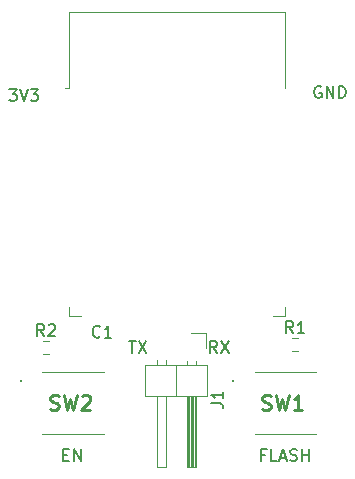
<source format=gbr>
%TF.GenerationSoftware,KiCad,Pcbnew,(6.0.1)*%
%TF.CreationDate,2022-12-10T14:53:13+08:00*%
%TF.ProjectId,ESP32_Adapter 2,45535033-325f-4416-9461-707465722032,rev?*%
%TF.SameCoordinates,Original*%
%TF.FileFunction,Legend,Top*%
%TF.FilePolarity,Positive*%
%FSLAX46Y46*%
G04 Gerber Fmt 4.6, Leading zero omitted, Abs format (unit mm)*
G04 Created by KiCad (PCBNEW (6.0.1)) date 2022-12-10 14:53:13*
%MOMM*%
%LPD*%
G01*
G04 APERTURE LIST*
%ADD10C,0.150000*%
%ADD11C,0.254000*%
%ADD12C,0.120000*%
%ADD13C,0.100000*%
G04 APERTURE END LIST*
D10*
X69930595Y-61914880D02*
X70502023Y-61914880D01*
X70216309Y-62914880D02*
X70216309Y-61914880D01*
X70740119Y-61914880D02*
X71406785Y-62914880D01*
X71406785Y-61914880D02*
X70740119Y-62914880D01*
X86186595Y-40372500D02*
X86091357Y-40324880D01*
X85948500Y-40324880D01*
X85805642Y-40372500D01*
X85710404Y-40467738D01*
X85662785Y-40562976D01*
X85615166Y-40753452D01*
X85615166Y-40896309D01*
X85662785Y-41086785D01*
X85710404Y-41182023D01*
X85805642Y-41277261D01*
X85948500Y-41324880D01*
X86043738Y-41324880D01*
X86186595Y-41277261D01*
X86234214Y-41229642D01*
X86234214Y-40896309D01*
X86043738Y-40896309D01*
X86662785Y-41324880D02*
X86662785Y-40324880D01*
X87234214Y-41324880D01*
X87234214Y-40324880D01*
X87710404Y-41324880D02*
X87710404Y-40324880D01*
X87948500Y-40324880D01*
X88091357Y-40372500D01*
X88186595Y-40467738D01*
X88234214Y-40562976D01*
X88281833Y-40753452D01*
X88281833Y-40896309D01*
X88234214Y-41086785D01*
X88186595Y-41182023D01*
X88091357Y-41277261D01*
X87948500Y-41324880D01*
X87710404Y-41324880D01*
X59802404Y-40578880D02*
X60421452Y-40578880D01*
X60088119Y-40959833D01*
X60230976Y-40959833D01*
X60326214Y-41007452D01*
X60373833Y-41055071D01*
X60421452Y-41150309D01*
X60421452Y-41388404D01*
X60373833Y-41483642D01*
X60326214Y-41531261D01*
X60230976Y-41578880D01*
X59945261Y-41578880D01*
X59850023Y-41531261D01*
X59802404Y-41483642D01*
X60707166Y-40578880D02*
X61040500Y-41578880D01*
X61373833Y-40578880D01*
X61611928Y-40578880D02*
X62230976Y-40578880D01*
X61897642Y-40959833D01*
X62040500Y-40959833D01*
X62135738Y-41007452D01*
X62183357Y-41055071D01*
X62230976Y-41150309D01*
X62230976Y-41388404D01*
X62183357Y-41483642D01*
X62135738Y-41531261D01*
X62040500Y-41578880D01*
X61754785Y-41578880D01*
X61659547Y-41531261D01*
X61611928Y-41483642D01*
X64366404Y-71535071D02*
X64699738Y-71535071D01*
X64842595Y-72058880D02*
X64366404Y-72058880D01*
X64366404Y-71058880D01*
X64842595Y-71058880D01*
X65271166Y-72058880D02*
X65271166Y-71058880D01*
X65842595Y-72058880D01*
X65842595Y-71058880D01*
X81448023Y-71535071D02*
X81114690Y-71535071D01*
X81114690Y-72058880D02*
X81114690Y-71058880D01*
X81590880Y-71058880D01*
X82448023Y-72058880D02*
X81971833Y-72058880D01*
X81971833Y-71058880D01*
X82733738Y-71773166D02*
X83209928Y-71773166D01*
X82638500Y-72058880D02*
X82971833Y-71058880D01*
X83305166Y-72058880D01*
X83590880Y-72011261D02*
X83733738Y-72058880D01*
X83971833Y-72058880D01*
X84067071Y-72011261D01*
X84114690Y-71963642D01*
X84162309Y-71868404D01*
X84162309Y-71773166D01*
X84114690Y-71677928D01*
X84067071Y-71630309D01*
X83971833Y-71582690D01*
X83781357Y-71535071D01*
X83686119Y-71487452D01*
X83638500Y-71439833D01*
X83590880Y-71344595D01*
X83590880Y-71249357D01*
X83638500Y-71154119D01*
X83686119Y-71106500D01*
X83781357Y-71058880D01*
X84019452Y-71058880D01*
X84162309Y-71106500D01*
X84590880Y-72058880D02*
X84590880Y-71058880D01*
X84590880Y-71535071D02*
X85162309Y-71535071D01*
X85162309Y-72058880D02*
X85162309Y-71058880D01*
X77383833Y-62914880D02*
X77050500Y-62438690D01*
X76812404Y-62914880D02*
X76812404Y-61914880D01*
X77193357Y-61914880D01*
X77288595Y-61962500D01*
X77336214Y-62010119D01*
X77383833Y-62105357D01*
X77383833Y-62248214D01*
X77336214Y-62343452D01*
X77288595Y-62391071D01*
X77193357Y-62438690D01*
X76812404Y-62438690D01*
X77717166Y-61914880D02*
X78383833Y-62914880D01*
X78383833Y-61914880D02*
X77717166Y-62914880D01*
%TO.C,R2*%
X62755333Y-61484880D02*
X62422000Y-61008690D01*
X62183904Y-61484880D02*
X62183904Y-60484880D01*
X62564857Y-60484880D01*
X62660095Y-60532500D01*
X62707714Y-60580119D01*
X62755333Y-60675357D01*
X62755333Y-60818214D01*
X62707714Y-60913452D01*
X62660095Y-60961071D01*
X62564857Y-61008690D01*
X62183904Y-61008690D01*
X63136285Y-60580119D02*
X63183904Y-60532500D01*
X63279142Y-60484880D01*
X63517238Y-60484880D01*
X63612476Y-60532500D01*
X63660095Y-60580119D01*
X63707714Y-60675357D01*
X63707714Y-60770595D01*
X63660095Y-60913452D01*
X63088666Y-61484880D01*
X63707714Y-61484880D01*
%TO.C,R1*%
X83837333Y-61230880D02*
X83504000Y-60754690D01*
X83265904Y-61230880D02*
X83265904Y-60230880D01*
X83646857Y-60230880D01*
X83742095Y-60278500D01*
X83789714Y-60326119D01*
X83837333Y-60421357D01*
X83837333Y-60564214D01*
X83789714Y-60659452D01*
X83742095Y-60707071D01*
X83646857Y-60754690D01*
X83265904Y-60754690D01*
X84789714Y-61230880D02*
X84218285Y-61230880D01*
X84504000Y-61230880D02*
X84504000Y-60230880D01*
X84408761Y-60373738D01*
X84313523Y-60468976D01*
X84218285Y-60516595D01*
D11*
%TO.C,SW2*%
X63263166Y-67670547D02*
X63444595Y-67731023D01*
X63746976Y-67731023D01*
X63867928Y-67670547D01*
X63928404Y-67610071D01*
X63988880Y-67489119D01*
X63988880Y-67368166D01*
X63928404Y-67247214D01*
X63867928Y-67186738D01*
X63746976Y-67126261D01*
X63505071Y-67065785D01*
X63384119Y-67005309D01*
X63323642Y-66944833D01*
X63263166Y-66823880D01*
X63263166Y-66702928D01*
X63323642Y-66581976D01*
X63384119Y-66521500D01*
X63505071Y-66461023D01*
X63807452Y-66461023D01*
X63988880Y-66521500D01*
X64412214Y-66461023D02*
X64714595Y-67731023D01*
X64956500Y-66823880D01*
X65198404Y-67731023D01*
X65500785Y-66461023D01*
X65924119Y-66581976D02*
X65984595Y-66521500D01*
X66105547Y-66461023D01*
X66407928Y-66461023D01*
X66528880Y-66521500D01*
X66589357Y-66581976D01*
X66649833Y-66702928D01*
X66649833Y-66823880D01*
X66589357Y-67005309D01*
X65863642Y-67731023D01*
X66649833Y-67731023D01*
%TO.C,SW1*%
X81216666Y-67680547D02*
X81398095Y-67741023D01*
X81700476Y-67741023D01*
X81821428Y-67680547D01*
X81881904Y-67620071D01*
X81942380Y-67499119D01*
X81942380Y-67378166D01*
X81881904Y-67257214D01*
X81821428Y-67196738D01*
X81700476Y-67136261D01*
X81458571Y-67075785D01*
X81337619Y-67015309D01*
X81277142Y-66954833D01*
X81216666Y-66833880D01*
X81216666Y-66712928D01*
X81277142Y-66591976D01*
X81337619Y-66531500D01*
X81458571Y-66471023D01*
X81760952Y-66471023D01*
X81942380Y-66531500D01*
X82365714Y-66471023D02*
X82668095Y-67741023D01*
X82910000Y-66833880D01*
X83151904Y-67741023D01*
X83454285Y-66471023D01*
X84603333Y-67741023D02*
X83877619Y-67741023D01*
X84240476Y-67741023D02*
X84240476Y-66471023D01*
X84119523Y-66652452D01*
X83998571Y-66773404D01*
X83877619Y-66833880D01*
D10*
%TO.C,J1*%
X76906380Y-67180833D02*
X77620666Y-67180833D01*
X77763523Y-67228452D01*
X77858761Y-67323690D01*
X77906380Y-67466547D01*
X77906380Y-67561785D01*
X77906380Y-66180833D02*
X77906380Y-66752261D01*
X77906380Y-66466547D02*
X76906380Y-66466547D01*
X77049238Y-66561785D01*
X77144476Y-66657023D01*
X77192095Y-66752261D01*
%TO.C,C1*%
X67477833Y-61515642D02*
X67430214Y-61563261D01*
X67287357Y-61610880D01*
X67192119Y-61610880D01*
X67049261Y-61563261D01*
X66954023Y-61468023D01*
X66906404Y-61372785D01*
X66858785Y-61182309D01*
X66858785Y-61039452D01*
X66906404Y-60848976D01*
X66954023Y-60753738D01*
X67049261Y-60658500D01*
X67192119Y-60610880D01*
X67287357Y-60610880D01*
X67430214Y-60658500D01*
X67477833Y-60706119D01*
X68430214Y-61610880D02*
X67858785Y-61610880D01*
X68144500Y-61610880D02*
X68144500Y-60610880D01*
X68049261Y-60753738D01*
X67954023Y-60848976D01*
X67858785Y-60896595D01*
D12*
%TO.C,R2*%
X62667276Y-61940000D02*
X63176724Y-61940000D01*
X62667276Y-62985000D02*
X63176724Y-62985000D01*
%TO.C,ESP32*%
X64874500Y-59812500D02*
X65874500Y-59812500D01*
X83114500Y-59032500D02*
X83114500Y-59812500D01*
X64874500Y-34067500D02*
X64874500Y-40487500D01*
X64874500Y-40487500D02*
X64494500Y-40487500D01*
X83114500Y-59812500D02*
X82114500Y-59812500D01*
X83114500Y-34067500D02*
X83114500Y-40487500D01*
X64874500Y-59032500D02*
X64874500Y-59812500D01*
X64874500Y-34067500D02*
X83114500Y-34067500D01*
%TO.C,R1*%
X83749276Y-62731000D02*
X84258724Y-62731000D01*
X83749276Y-61686000D02*
X84258724Y-61686000D01*
D13*
%TO.C,SW2*%
X60706500Y-65256500D02*
X60706500Y-65256500D01*
X60806500Y-65256500D02*
X60806500Y-65256500D01*
X67806500Y-64556500D02*
X67806500Y-64556500D01*
X62606500Y-64556500D02*
X67806500Y-64556500D01*
X62606500Y-69756500D02*
X67806500Y-69756500D01*
X60806500Y-65256500D02*
G75*
G03*
X60706500Y-65256500I-50000J0D01*
G01*
X60706500Y-65256500D02*
G75*
G03*
X60806500Y-65256500I50000J0D01*
G01*
%TO.C,SW1*%
X78660000Y-65266500D02*
X78660000Y-65266500D01*
X80560000Y-69766500D02*
X85760000Y-69766500D01*
X80560000Y-64566500D02*
X85760000Y-64566500D01*
X78760000Y-65266500D02*
X78760000Y-65266500D01*
X85760000Y-64566500D02*
X85760000Y-64566500D01*
X78760000Y-65266500D02*
G75*
G03*
X78660000Y-65266500I-50000J0D01*
G01*
X78660000Y-65266500D02*
G75*
G03*
X78760000Y-65266500I50000J0D01*
G01*
D12*
%TO.C,J1*%
X76514000Y-66562500D02*
X76514000Y-63902500D01*
X72264000Y-72562500D02*
X72264000Y-66562500D01*
X75564000Y-66562500D02*
X75564000Y-72562500D01*
X75384000Y-66562500D02*
X75384000Y-72562500D01*
X75504000Y-66562500D02*
X75504000Y-72562500D01*
X75564000Y-63572500D02*
X75564000Y-63902500D01*
X74904000Y-66562500D02*
X74904000Y-72562500D01*
X73024000Y-72562500D02*
X72264000Y-72562500D01*
X75264000Y-66562500D02*
X75264000Y-72562500D01*
X74804000Y-63572500D02*
X74804000Y-63902500D01*
X73024000Y-63505429D02*
X73024000Y-63902500D01*
X71314000Y-66562500D02*
X76514000Y-66562500D01*
X74804000Y-72562500D02*
X74804000Y-66562500D01*
X73914000Y-63902500D02*
X73914000Y-66562500D01*
X71314000Y-63902500D02*
X71314000Y-66562500D01*
X76514000Y-63902500D02*
X71314000Y-63902500D01*
X72264000Y-63505429D02*
X72264000Y-63902500D01*
X75184000Y-61192500D02*
X76454000Y-61192500D01*
X75144000Y-66562500D02*
X75144000Y-72562500D01*
X75564000Y-72562500D02*
X74804000Y-72562500D01*
X76454000Y-61192500D02*
X76454000Y-62462500D01*
X75024000Y-66562500D02*
X75024000Y-72562500D01*
X73024000Y-66562500D02*
X73024000Y-72562500D01*
%TD*%
M02*

</source>
